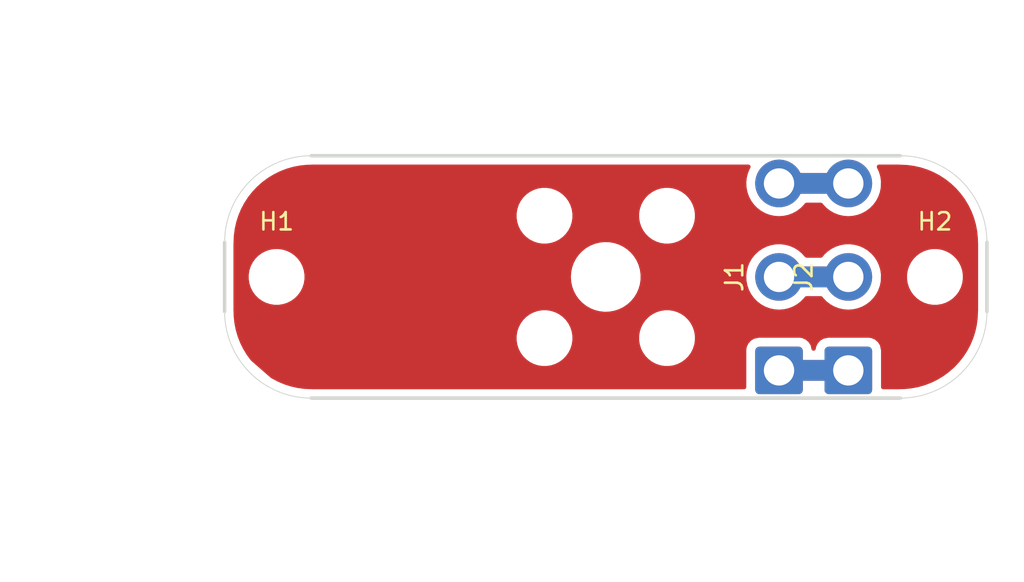
<source format=kicad_pcb>
(kicad_pcb (version 20200811) (host pcbnew "5.99.0-unknown-8c94d88c7~102~ubuntu18.04.1")

  (general
    (thickness 1.6)
    (drawings 13)
    (tracks 6)
    (modules 5)
    (nets 4)
  )

  (paper "A4")
  (layers
    (0 "F.Cu" signal)
    (31 "B.Cu" signal)
    (32 "B.Adhes" user)
    (33 "F.Adhes" user)
    (34 "B.Paste" user)
    (35 "F.Paste" user)
    (36 "B.SilkS" user)
    (37 "F.SilkS" user)
    (38 "B.Mask" user)
    (39 "F.Mask" user)
    (40 "Dwgs.User" user)
    (41 "Cmts.User" user)
    (42 "Eco1.User" user)
    (43 "Eco2.User" user)
    (44 "Edge.Cuts" user)
    (45 "Margin" user)
    (46 "B.CrtYd" user)
    (47 "F.CrtYd" user)
    (48 "B.Fab" user)
    (49 "F.Fab" user)
  )

  (setup
    (stackup
      (layer "F.SilkS" (type "Top Silk Screen"))
      (layer "F.Paste" (type "Top Solder Paste"))
      (layer "F.Mask" (type "Top Solder Mask") (color "Green") (thickness 0.01))
      (layer "F.Cu" (type "copper") (thickness 0.035))
      (layer "dielectric 1" (type "core") (thickness 1.51) (material "FR4") (epsilon_r 4.5) (loss_tangent 0.02))
      (layer "B.Cu" (type "copper") (thickness 0.035))
      (layer "B.Mask" (type "Bottom Solder Mask") (color "Green") (thickness 0.01))
      (layer "B.Paste" (type "Bottom Solder Paste"))
      (layer "B.SilkS" (type "Bottom Silk Screen"))
      (copper_finish "None")
      (dielectric_constraints no)
    )
    (pcbplotparams
      (layerselection 0x010fc_ffffffff)
      (usegerberextensions false)
      (usegerberattributes true)
      (usegerberadvancedattributes true)
      (creategerberjobfile true)
      (svguseinch false)
      (svgprecision 6)
      (excludeedgelayer true)
      (linewidth 0.100000)
      (plotframeref false)
      (viasonmask false)
      (mode 1)
      (useauxorigin false)
      (hpglpennumber 1)
      (hpglpenspeed 20)
      (hpglpendiameter 15.000000)
      (psnegative false)
      (psa4output false)
      (plotreference true)
      (plotvalue true)
      (plotinvisibletext false)
      (sketchpadsonfab false)
      (subtractmaskfromsilk false)
      (outputformat 1)
      (mirror false)
      (drillshape 1)
      (scaleselection 1)
      (outputdirectory "")
    )
  )

  (net 0 "")
  (net 1 "Net-(J1-Pad3)")
  (net 2 "Net-(J1-Pad2)")
  (net 3 "Net-(J1-Pad1)")

  (module "MountingHole:MountingHole_2.2mm_M2" (layer "F.Cu") (tedit 56D1B4CB) (tstamp 4f67a433-cf81-4926-a148-efaf18a1deaf)
    (at 142 115)
    (descr "Mounting Hole 2.2mm, no annular, M2")
    (tags "mounting hole 2.2mm no annular m2")
    (path "/167c0337-973d-4efe-83e1-e2a22df57f31")
    (attr virtual)
    (fp_text reference "H1" (at 0 -3.2) (layer "F.SilkS")
      (effects (font (size 1 1) (thickness 0.15)))
      (tstamp 60714026-55ad-4a9c-8ae5-37e30dd220ac)
    )
    (fp_text value "MountingHole" (at 0 3.2) (layer "F.Fab")
      (effects (font (size 1 1) (thickness 0.15)))
      (tstamp 77a1da39-5a94-40f5-abb9-53debf13a44f)
    )
    (fp_text user "${REFERENCE}" (at 0.3 0) (layer "F.Fab")
      (effects (font (size 1 1) (thickness 0.15)))
      (tstamp 4586ccc8-4b77-418f-85f3-1f7ff9d53447)
    )
    (fp_circle (center 0 0) (end 2.2 0) (layer "Cmts.User") (width 0.15) (tstamp f20fa2ba-6fe1-43ac-ba4e-ed5e24377fb5))
    (fp_circle (center 0 0) (end 2.45 0) (layer "F.CrtYd") (width 0.05) (tstamp f32c2243-a708-402d-9a4e-96f437ef3c5b))
    (pad "1" np_thru_hole circle (at 0 0) (size 2.2 2.2) (drill 2.2) (layers *.Cu *.Mask) (tstamp 733229c7-2bfc-47ac-9bc6-37ed33b2c503))
  )

  (module "Connector_Wire:SolderWire-1sqmm_1x03_P5.4mm_D1.4mm_OD2.7mm" (layer "F.Cu") (tedit 5EB70B43) (tstamp 7678e2e9-45e1-40b7-87ba-9fc8946c9621)
    (at 175 120.4 90)
    (descr "Soldered wire connection, for 3 times 1 mm² wires, basic insulation, conductor diameter 1.4mm, outer diameter 2.7mm, size source Multi-Contact FLEXI-E 1.0 (https://ec.staubli.com/AcroFiles/Catalogues/TM_Cab-Main-11014119_(en)_hi.pdf), bend radius 3 times outer diameter, generated with kicad-footprint-generator")
    (tags "connector wire 1sqmm")
    (path "/f4e96724-1323-4c19-a0f2-b79ff6ae6f30")
    (attr virtual)
    (fp_text reference "J2" (at 5.4 -2.58 90) (layer "F.SilkS")
      (effects (font (size 1 1) (thickness 0.15)))
      (tstamp bda00b2a-6f72-4b2e-aaba-10598b9ee294)
    )
    (fp_text value "Conn_01x03_Male" (at 5.4 2.58 90) (layer "F.Fab")
      (effects (font (size 1 1) (thickness 0.15)))
      (tstamp dd3d2923-a7ff-4b83-a16d-8cd73e58eb16)
    )
    (fp_text user "${REFERENCE}" (at 5.4 0 180) (layer "F.Fab")
      (effects (font (size 0.68 0.68) (thickness 0.1)))
      (tstamp 6ac62c05-9136-47b4-95b5-f0f0d2132bdc)
    )
    (fp_line (start 7.5 1.88) (end 7.5 -1.88) (layer "F.CrtYd") (width 0.05) (tstamp 13b3d03f-c74c-4f86-8d4a-5a8c08143b84))
    (fp_line (start 8.7 1.88) (end 12.9 1.88) (layer "F.CrtYd") (width 0.05) (tstamp 182ffc00-c841-432e-a416-ef12e172035a))
    (fp_line (start 7.5 -1.88) (end 3.3 -1.88) (layer "F.CrtYd") (width 0.05) (tstamp 1926dfc3-2543-4bb6-a4b6-79d74edbcdb5))
    (fp_line (start -2.1 1.88) (end 2.1 1.88) (layer "F.CrtYd") (width 0.05) (tstamp 1b87dcd9-d684-4a0b-a5b4-17090fa898aa))
    (fp_line (start 12.9 -1.88) (end 8.7 -1.88) (layer "F.CrtYd") (width 0.05) (tstamp 41547a4c-4506-4da2-bdb8-82dd374ce302))
    (fp_line (start 8.7 -1.88) (end 8.7 1.88) (layer "F.CrtYd") (width 0.05) (tstamp 468eafa8-3e96-4b1f-8c13-5492c8255676))
    (fp_line (start 2.1 1.88) (end 2.1 -1.88) (layer "F.CrtYd") (width 0.05) (tstamp 47c3680c-4aae-4405-a086-484459581b23))
    (fp_line (start 3.3 -1.88) (end 3.3 1.88) (layer "F.CrtYd") (width 0.05) (tstamp 4f61c14c-9f5f-456e-b153-acc875cc37a8))
    (fp_line (start -2.1 -1.88) (end -2.1 1.88) (layer "F.CrtYd") (width 0.05) (tstamp 5b02db3a-bf35-42cf-8d42-b820acde8227))
    (fp_line (start 2.1 -1.88) (end -2.1 -1.88) (layer "F.CrtYd") (width 0.05) (tstamp a2df5af8-471f-439e-9701-f78a9f211f4f))
    (fp_line (start 3.3 1.88) (end 7.5 1.88) (layer "F.CrtYd") (width 0.05) (tstamp e2c74927-fdb7-4f82-b163-839d39dce9e7))
    (fp_line (start 12.9 1.88) (end 12.9 -1.88) (layer "F.CrtYd") (width 0.05) (tstamp f3755f7f-4537-4d9f-a957-cedbaac1ad47))
    (fp_circle (center 0 0) (end 1.35 0) (layer "F.Fab") (width 0.1) (tstamp 216a8480-52a1-4e86-a85d-ecdb9a353f1b))
    (fp_circle (center 5.4 0) (end 6.75 0) (layer "F.Fab") (width 0.1) (tstamp d3ea748f-787a-48c6-8765-fdd007f39471))
    (fp_circle (center 10.8 0) (end 12.15 0) (layer "F.Fab") (width 0.1) (tstamp dadd997b-95f9-4e2c-bba4-e099a1880b68))
    (pad "1" thru_hole roundrect (at 0 0 90) (size 2.75 2.75) (drill 1.75) (layers *.Cu *.Mask) (remove_unused_layers) (keep_end_layers) (roundrect_rratio 0.090909)
      (net 3 "Net-(J1-Pad1)") (pinfunction "Pin_1") (tstamp ab2d9dcc-1e2d-4535-8b48-acf1cfb459b8))
    (pad "2" thru_hole circle (at 5.4 0 90) (size 2.75 2.75) (drill 1.75) (layers *.Cu *.Mask) (remove_unused_layers) (keep_end_layers)
      (net 2 "Net-(J1-Pad2)") (pinfunction "Pin_2") (tstamp 9d44970f-2500-4620-966d-b312f374b8a5))
    (pad "3" thru_hole circle (at 10.8 0 90) (size 2.75 2.75) (drill 1.75) (layers *.Cu *.Mask) (remove_unused_layers) (keep_end_layers)
      (net 1 "Net-(J1-Pad3)") (pinfunction "Pin_3") (tstamp 5a38c239-f65e-4cf3-bbbd-f9377b931e39))
    (model "${KISYS3DMOD}/Connector_Wire.3dshapes/SolderWire-1sqmm_1x03_P5.4mm_D1.4mm_OD2.7mm.wrl"
      (offset (xyz 0 0 0))
      (scale (xyz 1 1 1))
      (rotate (xyz 0 0 0))
    )
  )

  (module "MountingHole:MountingHole_2.2mm_M2" (layer "F.Cu") (tedit 56D1B4CB) (tstamp e824fd2a-a4fb-4661-830a-b6426a61a771)
    (at 180 115)
    (descr "Mounting Hole 2.2mm, no annular, M2")
    (tags "mounting hole 2.2mm no annular m2")
    (path "/7d920adc-d1fa-452c-ab62-4717b140362c")
    (attr virtual)
    (fp_text reference "H2" (at 0 -3.2) (layer "F.SilkS")
      (effects (font (size 1 1) (thickness 0.15)))
      (tstamp 40a4646f-1a18-43f8-97e5-419ee326ba29)
    )
    (fp_text value "MountingHole" (at 0 3.2) (layer "F.Fab")
      (effects (font (size 1 1) (thickness 0.15)))
      (tstamp 33be75c3-c946-4dbc-ae65-a45c1c355080)
    )
    (fp_text user "${REFERENCE}" (at 0.3 0) (layer "F.Fab")
      (effects (font (size 1 1) (thickness 0.15)))
      (tstamp bd7082e0-4874-421a-b22e-accdec7dd0a9)
    )
    (fp_circle (center 0 0) (end 2.2 0) (layer "Cmts.User") (width 0.15) (tstamp 945643e9-c4a1-4a2f-b876-7d708216c771))
    (fp_circle (center 0 0) (end 2.45 0) (layer "F.CrtYd") (width 0.05) (tstamp cc073027-ec28-4584-9961-7a9165533919))
    (pad "1" np_thru_hole circle (at 0 0) (size 2.2 2.2) (drill 2.2) (layers *.Cu *.Mask) (tstamp 11ff32aa-ba09-4af8-9f34-9c84148734fb))
  )

  (module "Connector_Wire:SolderWire-1sqmm_1x03_P5.4mm_D1.4mm_OD2.7mm" (layer "F.Cu") (tedit 5EB70B43) (tstamp eb2aa44f-024a-4973-a5a4-49fbff7e4ea9)
    (at 171 120.4 90)
    (descr "Soldered wire connection, for 3 times 1 mm² wires, basic insulation, conductor diameter 1.4mm, outer diameter 2.7mm, size source Multi-Contact FLEXI-E 1.0 (https://ec.staubli.com/AcroFiles/Catalogues/TM_Cab-Main-11014119_(en)_hi.pdf), bend radius 3 times outer diameter, generated with kicad-footprint-generator")
    (tags "connector wire 1sqmm")
    (path "/2efbd8ce-2b57-4fdf-91f9-b5f948820abd")
    (attr virtual)
    (fp_text reference "J1" (at 5.4 -2.58 90) (layer "F.SilkS")
      (effects (font (size 1 1) (thickness 0.15)))
      (tstamp 5f88bc02-eb3e-40be-81f0-bbc315bf9c27)
    )
    (fp_text value "Conn_01x03_Male" (at 5.4 2.58 90) (layer "F.Fab")
      (effects (font (size 1 1) (thickness 0.15)))
      (tstamp e0addae5-17f6-4c85-9e22-2e867c3cabfb)
    )
    (fp_text user "${REFERENCE}" (at 5.4 0 180) (layer "F.Fab")
      (effects (font (size 0.68 0.68) (thickness 0.1)))
      (tstamp bff788ed-1c4e-4694-a7e4-b7bdb81bdb78)
    )
    (fp_line (start 3.3 1.88) (end 7.5 1.88) (layer "F.CrtYd") (width 0.05) (tstamp 08f505ea-a794-4b75-9031-fca05a8c7e5f))
    (fp_line (start 3.3 -1.88) (end 3.3 1.88) (layer "F.CrtYd") (width 0.05) (tstamp 0f5858a6-16ce-4382-a61a-100cde3dab6c))
    (fp_line (start 7.5 -1.88) (end 3.3 -1.88) (layer "F.CrtYd") (width 0.05) (tstamp 1f57222c-c763-40c8-ac89-4bdfb7932bf2))
    (fp_line (start 7.5 1.88) (end 7.5 -1.88) (layer "F.CrtYd") (width 0.05) (tstamp 42aaafaf-868b-40ad-bde1-5b1fb91bae0a))
    (fp_line (start -2.1 1.88) (end 2.1 1.88) (layer "F.CrtYd") (width 0.05) (tstamp 5f765480-02f4-4bea-b73f-aa604366f859))
    (fp_line (start 2.1 -1.88) (end -2.1 -1.88) (layer "F.CrtYd") (width 0.05) (tstamp 6943abe7-5d54-4ab0-97e8-6ab3e3e74c0e))
    (fp_line (start 12.9 1.88) (end 12.9 -1.88) (layer "F.CrtYd") (width 0.05) (tstamp 714a95b2-f00c-468b-87dd-539cc5b290c9))
    (fp_line (start 8.7 -1.88) (end 8.7 1.88) (layer "F.CrtYd") (width 0.05) (tstamp 71f77667-97bf-4a2f-853e-b7030b744293))
    (fp_line (start -2.1 -1.88) (end -2.1 1.88) (layer "F.CrtYd") (width 0.05) (tstamp 94a31b22-b70d-47ad-9748-11b1ca0c8008))
    (fp_line (start 2.1 1.88) (end 2.1 -1.88) (layer "F.CrtYd") (width 0.05) (tstamp a0e05c44-484c-4236-8f0e-680199176987))
    (fp_line (start 8.7 1.88) (end 12.9 1.88) (layer "F.CrtYd") (width 0.05) (tstamp a9a7cd5e-2abe-40fe-a609-e6db221d8230))
    (fp_line (start 12.9 -1.88) (end 8.7 -1.88) (layer "F.CrtYd") (width 0.05) (tstamp f00ed1c3-935e-4f52-b349-509f0dff2191))
    (fp_circle (center 5.4 0) (end 6.75 0) (layer "F.Fab") (width 0.1) (tstamp 51fb8e91-d43e-4f9c-bc9d-3d2053927d7a))
    (fp_circle (center 0 0) (end 1.35 0) (layer "F.Fab") (width 0.1) (tstamp c2bbfe7c-68c7-4948-b0cf-7ec130f04596))
    (fp_circle (center 10.8 0) (end 12.15 0) (layer "F.Fab") (width 0.1) (tstamp efac209d-edc7-44d8-8876-993efb57c44a))
    (pad "1" thru_hole roundrect (at 0 0 90) (size 2.75 2.75) (drill 1.75) (layers *.Cu *.Mask) (roundrect_rratio 0.090909)
      (net 3 "Net-(J1-Pad1)") (pinfunction "Pin_1") (tstamp 0de54ecc-7a6f-4405-9736-4ba868f43135))
    (pad "2" thru_hole circle (at 5.4 0 90) (size 2.75 2.75) (drill 1.75) (layers *.Cu *.Mask)
      (net 2 "Net-(J1-Pad2)") (pinfunction "Pin_2") (tstamp aad2636a-ef0b-429d-ac42-80586d1c9116))
    (pad "3" thru_hole circle (at 10.8 0 90) (size 2.75 2.75) (drill 1.75) (layers *.Cu *.Mask) (remove_unused_layers) (keep_end_layers)
      (net 1 "Net-(J1-Pad3)") (pinfunction "Pin_3") (tstamp 8bc9d274-ab0b-4806-bc45-d3a1a4f5edc4))
    (model "${KISYS3DMOD}/Connector_Wire.3dshapes/SolderWire-1sqmm_1x03_P5.4mm_D1.4mm_OD2.7mm.wrl"
      (offset (xyz 0 0 0))
      (scale (xyz 1 1 1))
      (rotate (xyz 0 0 0))
    )
  )

  (module "melty:brushlessholes" (layer "F.Cu") (tedit 5F4508E3) (tstamp f02e5e51-ba65-44ae-87da-514c1c422f98)
    (at 161 115 45)
    (path "/4e10e3f3-19c3-4e6c-b4e3-d4c4b5eb14f3")
    (fp_text reference "H3" (at -2.5 -7.5 45 unlocked) (layer "F.SilkS") hide
      (effects (font (size 1 1) (thickness 0.15)))
      (tstamp 0ef3a303-dd88-47eb-afbc-ec1688ce9f4a)
    )
    (fp_text value "MountingHole" (at 6 -8 45 unlocked) (layer "F.Fab")
      (effects (font (size 1 1) (thickness 0.15)))
      (tstamp ff11c113-c447-4e99-8fe3-b082fd32a62f)
    )
    (fp_text user "${REF}" (at 5 3.5 45 unlocked) (layer "F.Fab")
      (effects (font (size 1 1) (thickness 0.15)))
      (tstamp a8e60d42-cb61-4996-89fa-f646fdcb384f)
    )
    (pad "" np_thru_hole circle (at 0 5 45) (size 2.2 2.2) (drill 2.2) (layers *.Cu *.Mask) (tstamp 0253326a-bbf3-4608-ab99-eefcf101c5bb))
    (pad "" np_thru_hole circle (at 0 0 45) (size 3 3) (drill 3) (layers *.Cu *.Mask) (tstamp 614cbf08-0856-4898-a97d-9923ceb98e17))
    (pad "" np_thru_hole circle (at 5 0 45) (size 2.2 2.2) (drill 2.2) (layers *.Cu *.Mask) (tstamp 63b7bd48-2b51-449a-8c46-c87435692588))
    (pad "" np_thru_hole circle (at 0 -5 45) (size 2.2 2.2) (drill 2.2) (layers *.Cu *.Mask) (tstamp 74dc6cc3-d201-47c1-968b-a5535c4db17e))
    (pad "" np_thru_hole circle (at -5 0 45) (size 2.2 2.2) (drill 2.2) (layers *.Cu *.Mask) (tstamp 772b1ce5-f3b0-4de5-8390-c10e33a72f32))
  )

  (gr_poly (pts
 (xy 169 124)
    (xy 152 124)
    (xy 152 106)
    (xy 169 106)) (layer "B.Mask") (width 0.1) (tstamp db1ccb0a-df21-4c09-96c1-70aa973875f3))
  (gr_line (start 183 113) (end 183 117) (layer "Edge.Cuts") (width 0.2) (tstamp 05927792-75ab-47ea-9e65-d2379cbbfdc2))
  (gr_line (start 139 113) (end 139 117) (layer "Edge.Cuts") (width 0.2) (tstamp 096a3624-5d5d-4f44-a6bf-598dda10b13d))
  (gr_arc (start 178 117) (end 183 117) (angle 90) (layer "Edge.Cuts") (width 0.05) (tstamp 36ca36f7-38b2-4bfc-a89c-b162e329bb16))
  (gr_arc (start 178 113) (end 178 108) (angle 90) (layer "Edge.Cuts") (width 0.05) (tstamp 5495df7d-a828-4ebd-afca-253586743511))
  (gr_arc (start 144 113) (end 139 113) (angle 90) (layer "Edge.Cuts") (width 0.05) (tstamp c5d1adbe-3514-42b8-89ee-dced26e854bd))
  (gr_arc (start 144 117) (end 144 122) (angle 90) (layer "Edge.Cuts") (width 0.05) (tstamp d84a9766-b854-4333-9365-66a80323dfcc))
  (gr_line (start 144 122) (end 178 122) (layer "Edge.Cuts") (width 0.2) (tstamp d8af5be3-02ad-4806-9959-783ee37cffc8))
  (gr_line (start 144 108) (end 178 108) (layer "Edge.Cuts") (width 0.2) (tstamp e17c9bca-97e8-4d67-8b50-9f9078a23d9d))
  (dimension 38 (width 0.12) (layer "Dwgs.User") (tstamp 73557f03-5c48-408c-838c-4cddd1c82cbd)
    (gr_text "38.000 mm" (at 161 99.73) (layer "Dwgs.User") (tstamp 73557f03-5c48-408c-838c-4cddd1c82cbd)
      (effects (font (size 1 1) (thickness 0.15)))
    )
    (feature1 (pts (xy 180 106) (xy 180 100.413579)))
    (feature2 (pts (xy 142 106) (xy 142 100.413579)))
    (crossbar (pts (xy 142 101) (xy 180 101)))
    (arrow1a (pts (xy 180 101) (xy 178.873496 101.586421)))
    (arrow1b (pts (xy 180 101) (xy 178.873496 100.413579)))
    (arrow2a (pts (xy 142 101) (xy 143.126504 101.586421)))
    (arrow2b (pts (xy 142 101) (xy 143.126504 100.413579)))
  )
  (dimension 44 (width 0.1) (layer "Dwgs.User") (tstamp 7a371636-ec42-41af-9271-f02cd506ec81)
    (gr_text "44.000 mm" (at 161 133.25) (layer "Dwgs.User") (tstamp 7a371636-ec42-41af-9271-f02cd506ec81)
      (effects (font (size 1 1) (thickness 0.15)))
    )
    (feature1 (pts (xy 183 124) (xy 183 132.586421)))
    (feature2 (pts (xy 139 124) (xy 139 132.586421)))
    (crossbar (pts (xy 139 132) (xy 183 132)))
    (arrow1a (pts (xy 183 132) (xy 181.873496 132.586421)))
    (arrow1b (pts (xy 183 132) (xy 181.873496 131.413579)))
    (arrow2a (pts (xy 139 132) (xy 140.126504 132.586421)))
    (arrow2b (pts (xy 139 132) (xy 140.126504 131.413579)))
  )
  (dimension 22 (width 0.2) (layer "Dwgs.User") (tstamp 8d042319-98ad-4285-8838-dc10ce797130)
    (gr_text "22.000 mm" (at 150 129) (layer "Dwgs.User") (tstamp 8d042319-98ad-4285-8838-dc10ce797130)
      (effects (font (size 1.5 1.5) (thickness 0.3)))
    )
    (feature1 (pts (xy 161 124) (xy 161 127.586421)))
    (feature2 (pts (xy 139 124) (xy 139 127.586421)))
    (crossbar (pts (xy 139 127) (xy 161 127)))
    (arrow1a (pts (xy 161 127) (xy 159.873496 127.586421)))
    (arrow1b (pts (xy 161 127) (xy 159.873496 126.413579)))
    (arrow2a (pts (xy 139 127) (xy 140.126504 127.586421)))
    (arrow2b (pts (xy 139 127) (xy 140.126504 126.413579)))
  )
  (dimension 14 (width 0.1) (layer "Dwgs.User") (tstamp 9a2d8e5f-aa20-44cc-980c-e50696e663ed)
    (gr_text "14.000 mm" (at 129.75 115 90) (layer "Dwgs.User") (tstamp 9a2d8e5f-aa20-44cc-980c-e50696e663ed)
      (effects (font (size 1 1) (thickness 0.15)))
    )
    (feature1 (pts (xy 139 108) (xy 130.413579 108)))
    (feature2 (pts (xy 139 122) (xy 130.413579 122)))
    (crossbar (pts (xy 131 122) (xy 131 108)))
    (arrow1a (pts (xy 131 108) (xy 131.586421 109.126504)))
    (arrow1b (pts (xy 131 108) (xy 130.413579 109.126504)))
    (arrow2a (pts (xy 131 122) (xy 131.586421 120.873496)))
    (arrow2b (pts (xy 131 122) (xy 130.413579 120.873496)))
  )

  (segment (start 171 109.6) (end 175 109.6) (width 1.2) (layer "F.Cu") (net 1) (tstamp 8577ce28-d9ff-4c1a-956a-8388c7226b68))
  (segment (start 171 109.6) (end 175 109.6) (width 1.2) (layer "B.Cu") (net 1) (tstamp 7ae810af-7159-4ebd-bb0c-a9616d433e2c))
  (segment (start 171 115) (end 175 115) (width 1.2) (layer "F.Cu") (net 2) (tstamp 1a32c5c5-5d99-4810-b00a-e92ecac69934))
  (segment (start 175 115) (end 171 115) (width 1.2) (layer "B.Cu") (net 2) (tstamp 35c32740-c45c-44dd-9757-4be922d3bf75))
  (segment (start 171 120.4) (end 175 120.4) (width 1.2) (layer "F.Cu") (net 3) (tstamp b75f0258-9d78-4f3e-8d7c-ae123d83736a))
  (segment (start 171 120.4) (end 175 120.4) (width 1.2) (layer "B.Cu") (net 3) (tstamp f6c45013-6790-4152-8cf6-f5c90efad1a1))

  (zone (net 0) (net_name "") (layer "F.Cu") (tstamp bf5bbd31-b441-4d3e-a01d-84954735c3fd) (hatch edge 0.508)
    (connect_pads (clearance 0.508))
    (min_thickness 0.254) (filled_areas_thickness no)
    (fill yes (thermal_gap 0.508) (thermal_bridge_width 0.508))
    (polygon
      (pts
        (xy 183 111)
        (xy 183 119)
        (xy 179 122)
        (xy 143 122)
        (xy 139 118.5)
        (xy 139 111)
        (xy 143 108)
        (xy 179 108)
      )
    )
    (filled_polygon
      (layer F.Cu)
      (island)
      (pts
        (xy 169.30528 108.528002)
        (xy 169.351773 108.581658)
        (xy 169.361877 108.651932)
        (xy 169.345612 108.69814)
        (xy 169.309597 108.759037)
        (xy 169.309594 108.759044)
        (xy 169.205906 109.011862)
        (xy 169.205905 109.011864)
        (xy 169.139798 109.277005)
        (xy 169.139795 109.277021)
        (xy 169.112656 109.548928)
        (xy 169.112655 109.548936)
        (xy 169.125051 109.82191)
        (xy 169.125051 109.821916)
        (xy 169.176724 110.090252)
        (xy 169.266593 110.348317)
        (xy 169.392773 110.590707)
        (xy 169.552623 110.812346)
        (xy 169.742787 111.008579)
        (xy 169.742802 111.008592)
        (xy 169.959295 111.175314)
        (xy 170.197604 111.309047)
        (xy 170.452725 111.406979)
        (xy 170.719286 111.46705)
        (xy 170.719299 111.467052)
        (xy 170.991766 111.488018)
        (xy 170.991769 111.488018)
        (xy 171.264387 111.469433)
        (xy 171.264401 111.469431)
        (xy 171.531473 111.411688)
        (xy 171.531488 111.411684)
        (xy 171.787449 111.315984)
        (xy 172.026918 111.184335)
        (xy 172.244872 111.019498)
        (xy 172.244875 111.019496)
        (xy 172.436741 110.824931)
        (xy 172.436743 110.824929)
        (xy 172.484875 110.759406)
        (xy 172.541324 110.716347)
        (xy 172.586421 110.708)
        (xy 173.41289 110.708)
        (xy 173.481011 110.728002)
        (xy 173.515085 110.760296)
        (xy 173.552625 110.812347)
        (xy 173.742787 111.008579)
        (xy 173.742802 111.008592)
        (xy 173.959295 111.175314)
        (xy 174.197604 111.309047)
        (xy 174.452725 111.406979)
        (xy 174.719286 111.46705)
        (xy 174.719299 111.467052)
        (xy 174.991766 111.488018)
        (xy 174.991769 111.488018)
        (xy 175.264387 111.469433)
        (xy 175.264401 111.469431)
        (xy 175.531473 111.411688)
        (xy 175.531488 111.411684)
        (xy 175.787449 111.315984)
        (xy 176.026918 111.184335)
        (xy 176.244872 111.019498)
        (xy 176.244875 111.019496)
        (xy 176.436738 110.824934)
        (xy 176.598521 110.604696)
        (xy 176.726806 110.363426)
        (xy 176.726812 110.363413)
        (xy 176.818926 110.106149)
        (xy 176.81893 110.106134)
        (xy 176.872941 109.83827)
        (xy 176.883085 109.463365)
        (xy 176.843638 109.192964)
        (xy 176.765568 108.931084)
        (xy 176.765562 108.93107)
        (xy 176.652292 108.687051)
        (xy 176.641753 108.616841)
        (xy 176.670846 108.552079)
        (xy 176.730333 108.513326)
        (xy 176.766579 108.508)
        (xy 177.936511 108.508)
        (xy 177.961419 108.510486)
        (xy 177.970905 108.512399)
        (xy 177.970911 108.5124)
        (xy 177.977117 108.512714)
        (xy 178.393195 108.531244)
        (xy 178.404362 108.53224)
        (xy 178.788892 108.583889)
        (xy 178.799927 108.585875)
        (xy 179.178324 108.671498)
        (xy 179.189138 108.674456)
        (xy 179.558452 108.793384)
        (xy 179.568961 108.797293)
        (xy 179.926215 108.948572)
        (xy 179.936334 108.953398)
        (xy 180.278742 109.135843)
        (xy 180.288392 109.14155)
        (xy 180.613228 109.35371)
        (xy 180.622334 109.360253)
        (xy 180.927019 109.600449)
        (xy 180.935506 109.607775)
        (xy 181.217624 109.874095)
        (xy 181.225426 109.882146)
        (xy 181.482766 110.172504)
        (xy 181.489822 110.181218)
        (xy 181.720319 110.493287)
        (xy 181.726573 110.502593)
        (xy 181.928426 110.833932)
        (xy 181.933827 110.843757)
        (xy 182.105422 111.191717)
        (xy 182.109929 111.201983)
        (xy 182.249921 111.563841)
        (xy 182.253496 111.574466)
        (xy 182.360759 111.9473)
        (xy 182.363377 111.958203)
        (xy 182.437075 112.339126)
        (xy 182.438713 112.350218)
        (xy 182.478769 112.741172)
        (xy 182.479373 112.750386)
        (xy 182.486989 113.01477)
        (xy 182.48699 113.014783)
        (xy 182.490161 113.033141)
        (xy 182.492 113.054588)
        (xy 182.492001 116.936507)
        (xy 182.489515 116.961412)
        (xy 182.4876 116.970907)
        (xy 182.487286 116.977113)
        (xy 182.468756 117.393195)
        (xy 182.46776 117.404362)
        (xy 182.416111 117.788891)
        (xy 182.414125 117.799926)
        (xy 182.328502 118.178324)
        (xy 182.325544 118.189138)
        (xy 182.206616 118.558452)
        (xy 182.202707 118.568961)
        (xy 182.051428 118.926215)
        (xy 182.046602 118.936334)
        (xy 181.864157 119.278742)
        (xy 181.85845 119.288392)
        (xy 181.64629 119.613228)
        (xy 181.639747 119.622334)
        (xy 181.39956 119.927008)
        (xy 181.392234 119.935495)
        (xy 181.125904 120.217625)
        (xy 181.117853 120.225427)
        (xy 180.827496 120.482766)
        (xy 180.818782 120.489822)
        (xy 180.506713 120.720319)
        (xy 180.497407 120.726573)
        (xy 180.166068 120.928426)
        (xy 180.156243 120.933827)
        (xy 179.808283 121.105422)
        (xy 179.798017 121.109928)
        (xy 179.436169 121.249917)
        (xy 179.425543 121.253494)
        (xy 179.052685 121.360762)
        (xy 179.041783 121.363379)
        (xy 178.660874 121.437075)
        (xy 178.649782 121.438713)
        (xy 178.258828 121.478769)
        (xy 178.249614 121.479373)
        (xy 177.98523 121.486989)
        (xy 177.985217 121.48699)
        (xy 177.966859 121.490161)
        (xy 177.945412 121.492)
        (xy 177.014224 121.492)
        (xy 176.946103 121.471998)
        (xy 176.89961 121.418342)
        (xy 176.888224 121.366)
        (xy 176.888224 119.241377)
        (xy 176.826183 118.956177)
        (xy 176.707129 118.770926)
        (xy 176.540707 118.62672)
        (xy 176.540707 118.626719)
        (xy 176.340397 118.535242)
        (xy 176.17719 118.511776)
        (xy 173.841377 118.511776)
        (xy 173.556177 118.573817)
        (xy 173.370926 118.692871)
        (xy 173.226719 118.859293)
        (xy 173.135241 119.059603)
        (xy 173.13524 119.05961)
        (xy 173.120598 119.161441)
        (xy 173.091105 119.226022)
        (xy 173.031379 119.264405)
        (xy 172.960382 119.264405)
        (xy 172.900656 119.226021)
        (xy 172.87276 119.170292)
        (xy 172.826183 118.956177)
        (xy 172.707129 118.770926)
        (xy 172.540707 118.62672)
        (xy 172.540707 118.626719)
        (xy 172.340397 118.535242)
        (xy 172.17719 118.511776)
        (xy 169.841377 118.511776)
        (xy 169.556177 118.573817)
        (xy 169.370926 118.692871)
        (xy 169.226719 118.859293)
        (xy 169.135242 119.059603)
        (xy 169.111776 119.22281)
        (xy 169.111776 121.366)
        (xy 169.091774 121.434121)
        (xy 169.038118 121.480614)
        (xy 168.985776 121.492)
        (xy 144.06349 121.492)
        (xy 144.038582 121.489514)
        (xy 144.029096 121.487601)
        (xy 144.02909 121.4876)
        (xy 144.022884 121.487286)
        (xy 143.606805 121.468756)
        (xy 143.595638 121.46776)
        (xy 143.211109 121.416111)
        (xy 143.200074 121.414125)
        (xy 142.821676 121.328502)
        (xy 142.810862 121.325544)
        (xy 142.441548 121.206616)
        (xy 142.431039 121.202707)
        (xy 142.073785 121.051428)
        (xy 142.063665 121.046602)
        (xy 141.721252 120.864154)
        (xy 141.711603 120.858447)
        (xy 141.654992 120.821473)
        (xy 141.64092 120.810805)
        (xy 140.525927 119.835186)
        (xy 140.507548 119.81522)
        (xy 140.279681 119.506713)
        (xy 140.273427 119.497407)
        (xy 140.071574 119.166068)
        (xy 140.066173 119.156243)
        (xy 139.894578 118.808283)
        (xy 139.890072 118.798017)
        (xy 139.750083 118.436169)
        (xy 139.746506 118.425543)
        (xy 139.741743 118.408985)
        (xy 155.856466 118.408985)
        (xy 155.856466 118.662083)
        (xy 155.896063 118.912081)
        (xy 155.974273 119.152788)
        (xy 155.974275 119.152794)
        (xy 156.089183 119.378313)
        (xy 156.237954 119.583079)
        (xy 156.416921 119.762046)
        (xy 156.621687 119.910817)
        (xy 156.847206 120.025725)
        (xy 156.847212 120.025727)
        (xy 157.087919 120.103937)
        (xy 157.337917 120.143534)
        (xy 157.591015 120.143534)
        (xy 157.841013 120.103937)
        (xy 158.08172 120.025727)
        (xy 158.081726 120.025725)
        (xy 158.307245 119.910817)
        (xy 158.512011 119.762046)
        (xy 158.690978 119.583079)
        (xy 158.839749 119.378313)
        (xy 158.954657 119.152794)
        (xy 158.954659 119.152788)
        (xy 159.032869 118.912081)
        (xy 159.072466 118.662083)
        (xy 159.072466 118.408985)
        (xy 162.927534 118.408985)
        (xy 162.927534 118.662083)
        (xy 162.967131 118.912081)
        (xy 163.045341 119.152788)
        (xy 163.045343 119.152794)
        (xy 163.160251 119.378313)
        (xy 163.309022 119.583079)
        (xy 163.487989 119.762046)
        (xy 163.692755 119.910817)
        (xy 163.918274 120.025725)
        (xy 163.91828 120.025727)
        (xy 164.158987 120.103937)
        (xy 164.408985 120.143534)
        (xy 164.662083 120.143534)
        (xy 164.912081 120.103937)
        (xy 165.152788 120.025727)
        (xy 165.152794 120.025725)
        (xy 165.378313 119.910817)
        (xy 165.583079 119.762046)
        (xy 165.762046 119.583079)
        (xy 165.910817 119.378313)
        (xy 166.025725 119.152794)
        (xy 166.025727 119.152788)
        (xy 166.103937 118.912081)
        (xy 166.143534 118.662083)
        (xy 166.143534 118.408985)
        (xy 166.103937 118.158987)
        (xy 166.025727 117.91828)
        (xy 166.025725 117.918274)
        (xy 165.910817 117.692755)
        (xy 165.762046 117.487989)
        (xy 165.583079 117.309022)
        (xy 165.378313 117.160251)
        (xy 165.152794 117.045343)
        (xy 165.152788 117.045341)
        (xy 164.912081 116.967131)
        (xy 164.662083 116.927534)
        (xy 164.408985 116.927534)
        (xy 164.158987 116.967131)
        (xy 163.91828 117.045341)
        (xy 163.918274 117.045343)
        (xy 163.692755 117.160251)
        (xy 163.487989 117.309022)
        (xy 163.309022 117.487989)
        (xy 163.160251 117.692755)
        (xy 163.045343 117.918274)
        (xy 163.045341 117.91828)
        (xy 162.967131 118.158987)
        (xy 162.927534 118.408985)
        (xy 159.072466 118.408985)
        (xy 159.032869 118.158987)
        (xy 158.954659 117.91828)
        (xy 158.954657 117.918274)
        (xy 158.839749 117.692755)
        (xy 158.690978 117.487989)
        (xy 158.512011 117.309022)
        (xy 158.307245 117.160251)
        (xy 158.081726 117.045343)
        (xy 158.08172 117.045341)
        (xy 157.841013 116.967131)
        (xy 157.591015 116.927534)
        (xy 157.337917 116.927534)
        (xy 157.087919 116.967131)
        (xy 156.847212 117.045341)
        (xy 156.847206 117.045343)
        (xy 156.621687 117.160251)
        (xy 156.416921 117.309022)
        (xy 156.237954 117.487989)
        (xy 156.089183 117.692755)
        (xy 155.974275 117.918274)
        (xy 155.974273 117.91828)
        (xy 155.896063 118.158987)
        (xy 155.856466 118.408985)
        (xy 139.741743 118.408985)
        (xy 139.639238 118.052685)
        (xy 139.636621 118.041783)
        (xy 139.562925 117.660874)
        (xy 139.561287 117.649782)
        (xy 139.521231 117.258828)
        (xy 139.520627 117.249614)
        (xy 139.513011 116.98523)
        (xy 139.51301 116.985217)
        (xy 139.509839 116.966859)
        (xy 139.508 116.945412)
        (xy 139.508 114.873451)
        (xy 140.392 114.873451)
        (xy 140.392 115.126549)
        (xy 140.431597 115.376547)
        (xy 140.509807 115.617254)
        (xy 140.509809 115.61726)
        (xy 140.624717 115.842779)
        (xy 140.773488 116.047545)
        (xy 140.952455 116.226512)
        (xy 141.157221 116.375283)
        (xy 141.38274 116.490191)
        (xy 141.382746 116.490193)
        (xy 141.623453 116.568403)
        (xy 141.873451 116.608)
        (xy 142.126549 116.608)
        (xy 142.376547 116.568403)
        (xy 142.617254 116.490193)
        (xy 142.61726 116.490191)
        (xy 142.842779 116.375283)
        (xy 143.047545 116.226512)
        (xy 143.226512 116.047545)
        (xy 143.375283 115.842779)
        (xy 143.490191 115.61726)
        (xy 143.490193 115.617254)
        (xy 143.568403 115.376547)
        (xy 143.608 115.126549)
        (xy 143.608 114.999999)
        (xy 158.987097 114.999999)
        (xy 158.987097 115.000001)
        (xy 159.006686 115.280137)
        (xy 159.065073 115.554832)
        (xy 159.16112 115.818715)
        (xy 159.161124 115.818723)
        (xy 159.292961 116.066675)
        (xy 159.458023 116.293864)
        (xy 159.458025 116.293867)
        (xy 159.653109 116.495882)
        (xy 159.874391 116.668766)
        (xy 159.874407 116.668777)
        (xy 160.117598 116.809183)
        (xy 160.117606 116.809187)
        (xy 160.37798 116.914385)
        (xy 160.377983 116.914386)
        (xy 160.650457 116.982321)
        (xy 160.65046 116.982322)
        (xy 160.929754 117.011677)
        (xy 161.210396 117.001877)
        (xy 161.210407 117.001876)
        (xy 161.486966 116.953111)
        (xy 161.754048 116.86633)
        (xy 162.006452 116.743225)
        (xy 162.006451 116.743225)
        (xy 162.23927 116.586186)
        (xy 162.447962 116.398278)
        (xy 162.628467 116.183162)
        (xy 162.628472 116.183156)
        (xy 162.777286 115.945005)
        (xy 162.777286 115.945004)
        (xy 162.89151 115.688451)
        (xy 162.891512 115.688446)
        (xy 162.968914 115.418516)
        (xy 162.968915 115.41851)
        (xy 163.008 115.140411)
        (xy 163.008 114.948936)
        (xy 169.112655 114.948936)
        (xy 169.125051 115.22191)
        (xy 169.125051 115.221916)
        (xy 169.176724 115.490252)
        (xy 169.266593 115.748317)
        (xy 169.392773 115.990707)
        (xy 169.552623 116.212346)
        (xy 169.742787 116.408579)
        (xy 169.742802 116.408592)
        (xy 169.959295 116.575314)
        (xy 170.197604 116.709047)
        (xy 170.452725 116.806979)
        (xy 170.719286 116.86705)
        (xy 170.719299 116.867052)
        (xy 170.991766 116.888018)
        (xy 170.991769 116.888018)
        (xy 171.264387 116.869433)
        (xy 171.264401 116.869431)
        (xy 171.531473 116.811688)
        (xy 171.531488 116.811684)
        (xy 171.787449 116.715984)
        (xy 172.026918 116.584335)
        (xy 172.244872 116.419498)
        (xy 172.244875 116.419496)
        (xy 172.436741 116.224931)
        (xy 172.436743 116.224929)
        (xy 172.484875 116.159406)
        (xy 172.541324 116.116347)
        (xy 172.586421 116.108)
        (xy 173.41289 116.108)
        (xy 173.481011 116.128002)
        (xy 173.515085 116.160296)
        (xy 173.552625 116.212347)
        (xy 173.742787 116.408579)
        (xy 173.742802 116.408592)
        (xy 173.959295 116.575314)
        (xy 174.197604 116.709047)
        (xy 174.452725 116.806979)
        (xy 174.719286 116.86705)
        (xy 174.719299 116.867052)
        (xy 174.991766 116.888018)
        (xy 174.991769 116.888018)
        (xy 175.264387 116.869433)
        (xy 175.264401 116.869431)
        (xy 175.531473 116.811688)
        (xy 175.531488 116.811684)
        (xy 175.787449 116.715984)
        (xy 176.026918 116.584335)
        (xy 176.244872 116.419498)
        (xy 176.244875 116.419496)
        (xy 176.436738 116.224934)
        (xy 176.598521 116.004696)
        (xy 176.726806 115.763426)
        (xy 176.726812 115.763413)
        (xy 176.818926 115.506149)
        (xy 176.81893 115.506134)
        (xy 176.872941 115.23827)
        (xy 176.882812 114.873451)
        (xy 178.392 114.873451)
        (xy 178.392 115.126549)
        (xy 178.431597 115.376547)
        (xy 178.509807 115.617254)
        (xy 178.509809 115.61726)
        (xy 178.624717 115.842779)
        (xy 178.773488 116.047545)
        (xy 178.952455 116.226512)
        (xy 179.157221 116.375283)
        (xy 179.38274 116.490191)
        (xy 179.382746 116.490193)
        (xy 179.623453 116.568403)
        (xy 179.873451 116.608)
        (xy 180.126549 116.608)
        (xy 180.376547 116.568403)
        (xy 180.617254 116.490193)
        (xy 180.61726 116.490191)
        (xy 180.842779 116.375283)
        (xy 181.047545 116.226512)
        (xy 181.226512 116.047545)
        (xy 181.375283 115.842779)
        (xy 181.490191 115.61726)
        (xy 181.490193 115.617254)
        (xy 181.568403 115.376547)
        (xy 181.608 115.126549)
        (xy 181.608 114.873451)
        (xy 181.568403 114.623453)
        (xy 181.490193 114.382746)
        (xy 181.490191 114.38274)
        (xy 181.375283 114.157221)
        (xy 181.226512 113.952455)
        (xy 181.047545 113.773488)
        (xy 180.842779 113.624717)
        (xy 180.61726 113.509809)
        (xy 180.617254 113.509807)
        (xy 180.376547 113.431597)
        (xy 180.126549 113.392)
        (xy 179.873451 113.392)
        (xy 179.623453 113.431597)
        (xy 179.382746 113.509807)
        (xy 179.38274 113.509809)
        (xy 179.157221 113.624717)
        (xy 178.952455 113.773488)
        (xy 178.773488 113.952455)
        (xy 178.624717 114.157221)
        (xy 178.509809 114.38274)
        (xy 178.509807 114.382746)
        (xy 178.431597 114.623453)
        (xy 178.392 114.873451)
        (xy 176.882812 114.873451)
        (xy 176.883085 114.863365)
        (xy 176.843638 114.592964)
        (xy 176.765568 114.331084)
        (xy 176.765562 114.33107)
        (xy 176.650513 114.08322)
        (xy 176.650511 114.083217)
        (xy 176.50089 113.85457)
        (xy 176.500883 113.85456)
        (xy 176.319812 113.649898)
        (xy 176.111095 113.473518)
        (xy 176.111092 113.473516)
        (xy 175.879102 113.329114)
        (xy 175.879097 113.329111)
        (xy 175.628683 113.219709)
        (xy 175.628677 113.219707)
        (xy 175.365112 113.147604)
        (xy 175.093877 113.1143)
        (xy 174.820678 113.120499)
        (xy 174.820667 113.120501)
        (xy 174.551246 113.16607)
        (xy 174.551239 113.166071)
        (xy 174.291205 113.25006)
        (xy 174.046011 113.37071)
        (xy 173.820808 113.525488)
        (xy 173.820807 113.525489)
        (xy 173.6203 113.711161)
        (xy 173.512206 113.845123)
        (xy 173.453862 113.885577)
        (xy 173.414147 113.892)
        (xy 172.590765 113.892)
        (xy 172.496397 113.84949)
        (xy 172.319812 113.649898)
        (xy 172.111095 113.473518)
        (xy 172.111092 113.473516)
        (xy 171.879102 113.329114)
        (xy 171.879097 113.329111)
        (xy 171.628683 113.219709)
        (xy 171.628677 113.219707)
        (xy 171.365112 113.147604)
        (xy 171.093877 113.1143)
        (xy 170.820678 113.120499)
        (xy 170.820667 113.120501)
        (xy 170.551246 113.16607)
        (xy 170.551239 113.166071)
        (xy 170.291205 113.25006)
        (xy 170.046011 113.37071)
        (xy 169.820808 113.525488)
        (xy 169.820807 113.525489)
        (xy 169.6203 113.711161)
        (xy 169.448698 113.923831)
        (xy 169.309595 114.159041)
        (xy 169.309594 114.159044)
        (xy 169.205906 114.411862)
        (xy 169.205905 114.411864)
        (xy 169.139798 114.677005)
        (xy 169.139795 114.677021)
        (xy 169.112656 114.948928)
        (xy 169.112655 114.948936)
        (xy 163.008 114.948936)
        (xy 163.008 114.859589)
        (xy 162.968915 114.58149)
        (xy 162.968914 114.581484)
        (xy 162.891512 114.311554)
        (xy 162.89151 114.311549)
        (xy 162.777286 114.054996)
        (xy 162.777286 114.054995)
        (xy 162.628472 113.816844)
        (xy 162.628467 113.816838)
        (xy 162.447962 113.601722)
        (xy 162.23927 113.413814)
        (xy 162.006451 113.256775)
        (xy 162.006452 113.256775)
        (xy 161.754048 113.13367)
        (xy 161.486966 113.046889)
        (xy 161.210407 112.998124)
        (xy 161.210396 112.998123)
        (xy 160.929754 112.988323)
        (xy 160.65046 113.017678)
        (xy 160.650457 113.017679)
        (xy 160.377983 113.085614)
        (xy 160.37798 113.085615)
        (xy 160.117606 113.190813)
        (xy 160.117598 113.190817)
        (xy 159.874407 113.331223)
        (xy 159.874391 113.331234)
        (xy 159.653109 113.504118)
        (xy 159.458025 113.706133)
        (xy 159.458023 113.706136)
        (xy 159.292961 113.933325)
        (xy 159.161124 114.181277)
        (xy 159.16112 114.181285)
        (xy 159.065073 114.445168)
        (xy 159.006686 114.719863)
        (xy 158.987097 114.999999)
        (xy 143.608 114.999999)
        (xy 143.608 114.873451)
        (xy 143.568403 114.623453)
        (xy 143.490193 114.382746)
        (xy 143.490191 114.38274)
        (xy 143.375283 114.157221)
        (xy 143.226512 113.952455)
        (xy 143.047545 113.773488)
        (xy 142.842779 113.624717)
        (xy 142.61726 113.509809)
        (xy 142.617254 113.509807)
        (xy 142.376547 113.431597)
        (xy 142.126549 113.392)
        (xy 141.873451 113.392)
        (xy 141.623453 113.431597)
        (xy 141.382746 113.509807)
        (xy 141.38274 113.509809)
        (xy 141.157221 113.624717)
        (xy 140.952455 113.773488)
        (xy 140.773488 113.952455)
        (xy 140.624717 114.157221)
        (xy 140.509809 114.38274)
        (xy 140.509807 114.382746)
        (xy 140.431597 114.623453)
        (xy 140.392 114.873451)
        (xy 139.508 114.873451)
        (xy 139.508 113.063489)
        (xy 139.510486 113.038581)
        (xy 139.512399 113.029095)
        (xy 139.5124 113.029089)
        (xy 139.512714 113.022883)
        (xy 139.531244 112.606805)
        (xy 139.53224 112.595638)
        (xy 139.583889 112.211108)
        (xy 139.585875 112.200073)
        (xy 139.671498 111.821676)
        (xy 139.674456 111.810862)
        (xy 139.793384 111.441548)
        (xy 139.797293 111.431039)
        (xy 139.836725 111.337917)
        (xy 155.856466 111.337917)
        (xy 155.856466 111.591015)
        (xy 155.896063 111.841013)
        (xy 155.974273 112.08172)
        (xy 155.974275 112.081726)
        (xy 156.089183 112.307245)
        (xy 156.237954 112.512011)
        (xy 156.416921 112.690978)
        (xy 156.621687 112.839749)
        (xy 156.847206 112.954657)
        (xy 156.847212 112.954659)
        (xy 157.087919 113.032869)
        (xy 157.337917 113.072466)
        (xy 157.591015 113.072466)
        (xy 157.841013 113.032869)
        (xy 158.08172 112.954659)
        (xy 158.081726 112.954657)
        (xy 158.307245 112.839749)
        (xy 158.512011 112.690978)
        (xy 158.690978 112.512011)
        (xy 158.839749 112.307245)
        (xy 158.954657 112.081726)
        (xy 158.954659 112.08172)
        (xy 159.032869 111.841013)
        (xy 159.072466 111.591015)
        (xy 159.072466 111.337917)
        (xy 162.927534 111.337917)
        (xy 162.927534 111.591015)
        (xy 162.967131 111.841013)
        (xy 163.045341 112.08172)
        (xy 163.045343 112.081726)
        (xy 163.160251 112.307245)
        (xy 163.309022 112.512011)
        (xy 163.487989 112.690978)
        (xy 163.692755 112.839749)
        (xy 163.918274 112.954657)
        (xy 163.91828 112.954659)
        (xy 164.158987 113.032869)
        (xy 164.408985 113.072466)
        (xy 164.662083 113.072466)
        (xy 164.912081 113.032869)
        (xy 165.152788 112.954659)
        (xy 165.152794 112.954657)
        (xy 165.378313 112.839749)
        (xy 165.583079 112.690978)
        (xy 165.762046 112.512011)
        (xy 165.910817 112.307245)
        (xy 166.025725 112.081726)
        (xy 166.025727 112.08172)
        (xy 166.103937 111.841013)
        (xy 166.143534 111.591015)
        (xy 166.143534 111.337917)
        (xy 166.103937 111.087919)
        (xy 166.025727 110.847212)
        (xy 166.025725 110.847206)
        (xy 165.910817 110.621687)
        (xy 165.762046 110.416921)
        (xy 165.583079 110.237954)
        (xy 165.378313 110.089183)
        (xy 165.152794 109.974275)
        (xy 165.152788 109.974273)
        (xy 164.912081 109.896063)
        (xy 164.662083 109.856466)
        (xy 164.408985 109.856466)
        (xy 164.158987 109.896063)
        (xy 163.91828 109.974273)
        (xy 163.918274 109.974275)
        (xy 163.692755 110.089183)
        (xy 163.487989 110.237954)
        (xy 163.309022 110.416921)
        (xy 163.160251 110.621687)
        (xy 163.045343 110.847206)
        (xy 163.045341 110.847212)
        (xy 162.967131 111.087919)
        (xy 162.927534 111.337917)
        (xy 159.072466 111.337917)
        (xy 159.032869 111.087919)
        (xy 158.954659 110.847212)
        (xy 158.954657 110.847206)
        (xy 158.839749 110.621687)
        (xy 158.690978 110.416921)
        (xy 158.512011 110.237954)
        (xy 158.307245 110.089183)
        (xy 158.081726 109.974275)
        (xy 158.08172 109.974273)
        (xy 157.841013 109.896063)
        (xy 157.591015 109.856466)
        (xy 157.337917 109.856466)
        (xy 157.087919 109.896063)
        (xy 156.847212 109.974273)
        (xy 156.847206 109.974275)
        (xy 156.621687 110.089183)
        (xy 156.416921 110.237954)
        (xy 156.237954 110.416921)
        (xy 156.089183 110.621687)
        (xy 155.974275 110.847206)
        (xy 155.974273 110.847212)
        (xy 155.896063 111.087919)
        (xy 155.856466 111.337917)
        (xy 139.836725 111.337917)
        (xy 139.948572 111.073785)
        (xy 139.953398 111.063666)
        (xy 140.135843 110.721258)
        (xy 140.14155 110.711608)
        (xy 140.35371 110.386772)
        (xy 140.360253 110.377666)
        (xy 140.600449 110.072981)
        (xy 140.607775 110.064494)
        (xy 140.874095 109.782376)
        (xy 140.882146 109.774574)
        (xy 141.172504 109.517234)
        (xy 141.181218 109.510178)
        (xy 141.493287 109.279681)
        (xy 141.502593 109.273427)
        (xy 141.833932 109.071574)
        (xy 141.843757 109.066173)
        (xy 142.191717 108.894578)
        (xy 142.201983 108.890071)
        (xy 142.563841 108.750079)
        (xy 142.574466 108.746504)
        (xy 142.9473 108.639241)
        (xy 142.958203 108.636623)
        (xy 143.339126 108.562925)
        (xy 143.350218 108.561287)
        (xy 143.741172 108.521231)
        (xy 143.750386 108.520627)
        (xy 144.01477 108.513011)
        (xy 144.014783 108.51301)
        (xy 144.033141 108.509839)
        (xy 144.054588 108.508)
        (xy 169.237159 108.508)
      )
    )
  )
)

</source>
